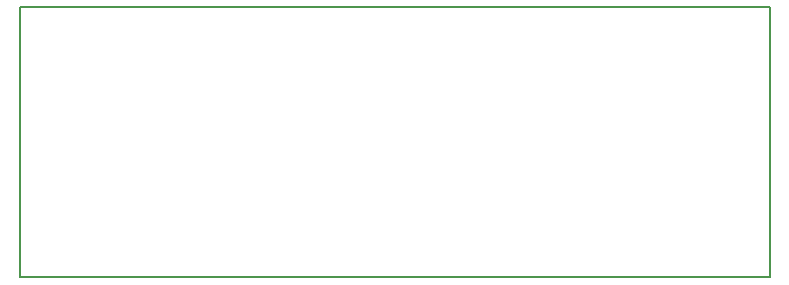
<source format=gbr>
G04 #@! TF.GenerationSoftware,KiCad,Pcbnew,(5.1.5)-3*
G04 #@! TF.CreationDate,2020-03-31T21:34:46+02:00*
G04 #@! TF.ProjectId,cc1352P-dongle,63633133-3532-4502-9d64-6f6e676c652e,rev?*
G04 #@! TF.SameCoordinates,Original*
G04 #@! TF.FileFunction,Paste,Bot*
G04 #@! TF.FilePolarity,Positive*
%FSLAX46Y46*%
G04 Gerber Fmt 4.6, Leading zero omitted, Abs format (unit mm)*
G04 Created by KiCad (PCBNEW (5.1.5)-3) date 2020-03-31 21:34:46*
%MOMM*%
%LPD*%
G04 APERTURE LIST*
%ADD10C,0.150000*%
G04 APERTURE END LIST*
D10*
X66040000Y-71120000D02*
X66040000Y-48260000D01*
X129540000Y-71120000D02*
X66040000Y-71120000D01*
X129540000Y-48260000D02*
X129540000Y-71120000D01*
X66040000Y-48260000D02*
X129540000Y-48260000D01*
M02*

</source>
